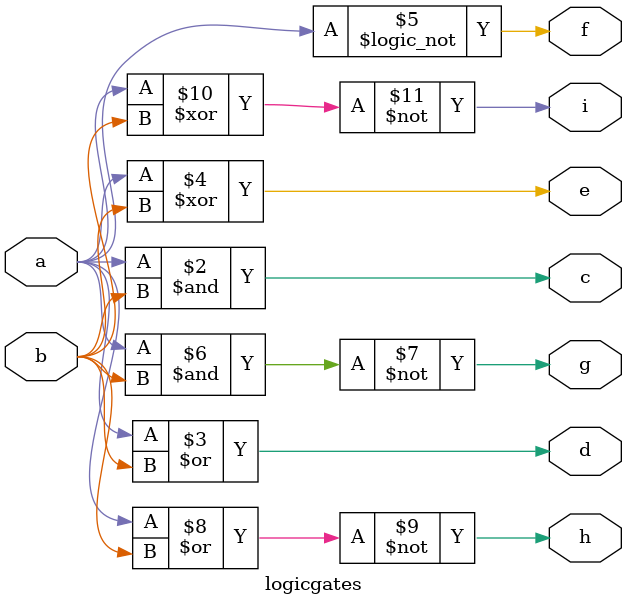
<source format=v>
module logicgates(input wire  a,b,output  wire c,d,e,f,g,h,i);
always@(*)
begin 
    c=a&b;
    d=a|b;
    e=a^b;
    f=!a;
    g=~(a&b);
    h=~(a|b);
    i=~(a^b);
end
endmodule

</source>
